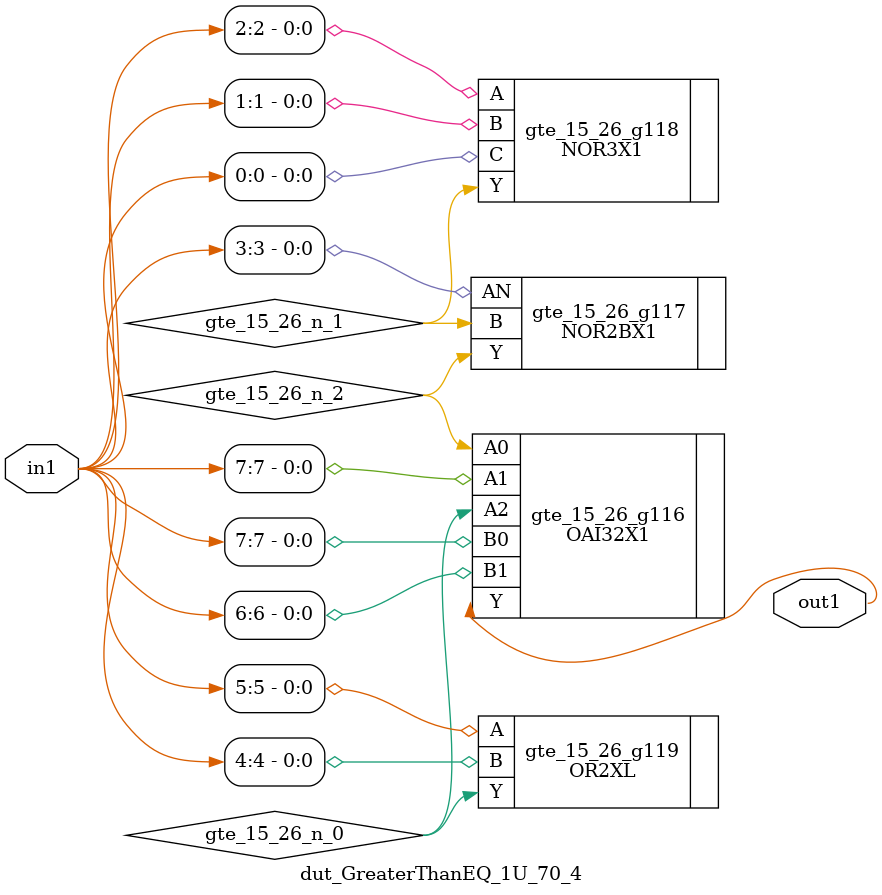
<source format=v>
`timescale 1ps / 1ps


module dut_GreaterThanEQ_1U_70_4(in1, out1);
  input [7:0] in1;
  output out1;
  wire [7:0] in1;
  wire out1;
  wire gte_15_26_n_0, gte_15_26_n_1, gte_15_26_n_2;
  OAI32X1 gte_15_26_g116(.A0 (gte_15_26_n_2), .A1 (in1[7]), .A2
       (gte_15_26_n_0), .B0 (in1[7]), .B1 (in1[6]), .Y (out1));
  NOR2BX1 gte_15_26_g117(.AN (in1[3]), .B (gte_15_26_n_1), .Y
       (gte_15_26_n_2));
  NOR3X1 gte_15_26_g118(.A (in1[2]), .B (in1[1]), .C (in1[0]), .Y
       (gte_15_26_n_1));
  OR2XL gte_15_26_g119(.A (in1[5]), .B (in1[4]), .Y (gte_15_26_n_0));
endmodule



</source>
